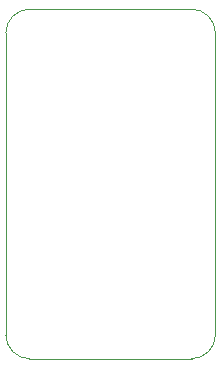
<source format=gbr>
%TF.GenerationSoftware,KiCad,Pcbnew,8.0.7*%
%TF.CreationDate,2025-02-10T10:06:38+00:00*%
%TF.ProjectId,QC_Fab,51435f46-6162-42e6-9b69-6361645f7063,rev?*%
%TF.SameCoordinates,Original*%
%TF.FileFunction,Profile,NP*%
%FSLAX46Y46*%
G04 Gerber Fmt 4.6, Leading zero omitted, Abs format (unit mm)*
G04 Created by KiCad (PCBNEW 8.0.7) date 2025-02-10 10:06:38*
%MOMM*%
%LPD*%
G01*
G04 APERTURE LIST*
%TA.AperFunction,Profile*%
%ADD10C,0.100000*%
%TD*%
G04 APERTURE END LIST*
D10*
X167956938Y-110355658D02*
X181695406Y-110355658D01*
X183695406Y-112355658D02*
X183695406Y-137942015D01*
X181695406Y-110355658D02*
G75*
G02*
X183695342Y-112355658I-6J-1999942D01*
G01*
X181695406Y-139942015D02*
X167956938Y-139942015D01*
X183695406Y-137942015D02*
G75*
G02*
X181695406Y-139942006I-2000006J15D01*
G01*
X165956938Y-137942015D02*
X165956938Y-112355658D01*
X165956938Y-112355658D02*
G75*
G02*
X167956938Y-110355738I1999962J-42D01*
G01*
X167956938Y-139942015D02*
G75*
G02*
X165956885Y-137942015I-38J2000015D01*
G01*
M02*

</source>
